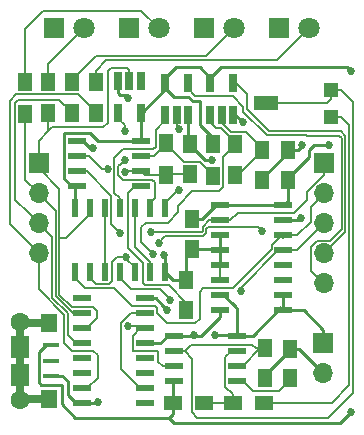
<source format=gtl>
%TF.GenerationSoftware,KiCad,Pcbnew,4.0.7*%
%TF.CreationDate,2018-02-09T12:23:56+01:00*%
%TF.ProjectId,Metronome,4D6574726F6E6F6D652E6B696361645F,1.0*%
%TF.FileFunction,Copper,L1,Top,Signal*%
%FSLAX46Y46*%
G04 Gerber Fmt 4.6, Leading zero omitted, Abs format (unit mm)*
G04 Created by KiCad (PCBNEW 4.0.7) date 02/09/18 12:23:56*
%MOMM*%
%LPD*%
G01*
G04 APERTURE LIST*
%ADD10C,0.127000*%
%ADD11R,1.350000X0.400000*%
%ADD12R,1.400000X1.600000*%
%ADD13C,1.600000*%
%ADD14R,1.600000X1.900000*%
%ADD15R,1.700000X1.700000*%
%ADD16O,1.700000X1.700000*%
%ADD17R,1.550000X0.600000*%
%ADD18R,1.250000X1.500000*%
%ADD19R,1.800000X1.800000*%
%ADD20C,1.800000*%
%ADD21R,1.300000X1.500000*%
%ADD22R,1.500000X1.300000*%
%ADD23R,1.300000X1.300000*%
%ADD24R,2.000000X1.300000*%
%ADD25R,1.500000X0.600000*%
%ADD26R,0.600000X1.500000*%
%ADD27R,0.650000X1.560000*%
%ADD28C,0.685800*%
%ADD29C,0.152400*%
%ADD30C,0.254000*%
%ADD31C,0.700000*%
G04 APERTURE END LIST*
D10*
D11*
X134526400Y-105837200D03*
X134526400Y-107137200D03*
X134526400Y-108437200D03*
D12*
X134301400Y-110337200D03*
D13*
X131851400Y-103837200D03*
D12*
X134301400Y-103937200D03*
D13*
X131851400Y-110437200D03*
D14*
X131851400Y-105937200D03*
X131851400Y-108337200D03*
D15*
X157568900Y-90436700D03*
D16*
X157568900Y-92976700D03*
X157568900Y-95516700D03*
X157568900Y-98056700D03*
X157568900Y-100596700D03*
D17*
X136707900Y-88531700D03*
X136707900Y-89801700D03*
X136707900Y-91071700D03*
X136707900Y-92341700D03*
X142107900Y-92341700D03*
X142107900Y-91071700D03*
X142107900Y-89801700D03*
X142107900Y-88531700D03*
D18*
X146265900Y-91305700D03*
X146265900Y-88805700D03*
X152615900Y-106097700D03*
X152615900Y-108597700D03*
X145948400Y-102842700D03*
X145948400Y-100342700D03*
X154711400Y-108641200D03*
X154711400Y-106141200D03*
X146392900Y-95155700D03*
X146392900Y-97655700D03*
X152361900Y-89293700D03*
X152361900Y-91793700D03*
X154520900Y-91813700D03*
X154520900Y-89313700D03*
D19*
X134708900Y-79006700D03*
D20*
X137248900Y-79006700D03*
D19*
X141058900Y-79006700D03*
D20*
X143598900Y-79006700D03*
D19*
X147408900Y-79006700D03*
D20*
X149948900Y-79006700D03*
D19*
X153758900Y-79006700D03*
D20*
X156298900Y-79006700D03*
D15*
X157505400Y-105613200D03*
D16*
X157505400Y-108153200D03*
D15*
X133438900Y-90436700D03*
D16*
X133438900Y-92976700D03*
X133438900Y-95516700D03*
X133438900Y-98056700D03*
D21*
X134264400Y-86198700D03*
X134264400Y-83498700D03*
X132295900Y-86215200D03*
X132295900Y-83515200D03*
X136232900Y-86198700D03*
X136232900Y-83498700D03*
X138264900Y-86198700D03*
X138264900Y-83498700D03*
X148170900Y-88785700D03*
X148170900Y-91485700D03*
X144233900Y-88705700D03*
X144233900Y-91405700D03*
D22*
X144788900Y-110756700D03*
X147488900Y-110756700D03*
X149868900Y-110756700D03*
X152568900Y-110756700D03*
D21*
X150075900Y-91452700D03*
X150075900Y-88752700D03*
D23*
X158203900Y-84206700D03*
D24*
X152703900Y-85356700D03*
D23*
X158203900Y-86506700D03*
D17*
X144868900Y-105041700D03*
X144868900Y-106311700D03*
X144868900Y-107581700D03*
X144868900Y-108851700D03*
X150268900Y-108851700D03*
X150268900Y-107581700D03*
X150268900Y-106311700D03*
X150268900Y-105041700D03*
D25*
X148772900Y-93992700D03*
X148772900Y-95262700D03*
X148772900Y-96532700D03*
X148772900Y-97802700D03*
X148772900Y-99072700D03*
X148772900Y-100342700D03*
X148772900Y-101612700D03*
X148772900Y-102882700D03*
X154172900Y-102882700D03*
X154172900Y-101612700D03*
X154172900Y-100342700D03*
X154172900Y-99072700D03*
X154172900Y-97802700D03*
X154172900Y-96532700D03*
X154172900Y-95262700D03*
X154172900Y-93992700D03*
X137088900Y-101866700D03*
X137088900Y-103136700D03*
X137088900Y-104406700D03*
X137088900Y-105676700D03*
X137088900Y-106946700D03*
X137088900Y-108216700D03*
X137088900Y-109486700D03*
X137088900Y-110756700D03*
X142488900Y-110756700D03*
X142488900Y-109486700D03*
X142488900Y-108216700D03*
X142488900Y-106946700D03*
X142488900Y-105676700D03*
X142488900Y-104406700D03*
X142488900Y-103136700D03*
X142488900Y-101866700D03*
D26*
X136486900Y-99646700D03*
X137756900Y-99646700D03*
X139026900Y-99646700D03*
X140296900Y-99646700D03*
X141566900Y-99646700D03*
X142836900Y-99646700D03*
X144106900Y-99646700D03*
X144106900Y-94246700D03*
X142836900Y-94246700D03*
X141566900Y-94246700D03*
X140296900Y-94246700D03*
X139026900Y-94246700D03*
X137756900Y-94246700D03*
X136486900Y-94246700D03*
D27*
X147982900Y-86325700D03*
X148932900Y-86325700D03*
X149882900Y-86325700D03*
X149882900Y-83625700D03*
X147982900Y-83625700D03*
X142074900Y-83451700D03*
X141124900Y-83451700D03*
X140174900Y-83451700D03*
X140174900Y-86151700D03*
X142074900Y-86151700D03*
X144172900Y-86325700D03*
X145122900Y-86325700D03*
X146072900Y-86325700D03*
X146072900Y-83625700D03*
X144172900Y-83625700D03*
D28*
X139280890Y-90881200D03*
X140741400Y-91135200D03*
X144078978Y-98210988D03*
X146608800Y-104998801D03*
X155727400Y-88849200D03*
X140995400Y-84912200D03*
X148107400Y-90138798D03*
X155663900Y-95072200D03*
X138074400Y-89166704D03*
X150710900Y-86944200D03*
X138455400Y-110629700D03*
X148336000Y-104998801D03*
X144353501Y-102879445D03*
X159918400Y-82626204D03*
X158013400Y-88849200D03*
X159918402Y-111455200D03*
X142951200Y-96266000D03*
X140360400Y-96342200D03*
X150571192Y-101244400D03*
X144576800Y-101955600D03*
X143611600Y-97129600D03*
X152397718Y-96187525D03*
X140868406Y-98374200D03*
X143143631Y-98119481D03*
X140995400Y-104216208D03*
X140741400Y-87706200D03*
X140741400Y-90119200D03*
X145313400Y-92659200D03*
X145339149Y-87540688D03*
D29*
X138795957Y-90881200D02*
X139280890Y-90881200D01*
X138792706Y-90881200D02*
X138795957Y-90881200D01*
X137713206Y-89801700D02*
X138792706Y-90881200D01*
X136707900Y-89801700D02*
X137713206Y-89801700D01*
X140804900Y-91071700D02*
X140741400Y-91135200D01*
X142107900Y-91071700D02*
X140804900Y-91071700D01*
X144233900Y-91405700D02*
X142441900Y-91405700D01*
X142441900Y-91405700D02*
X142107900Y-91071700D01*
X146265900Y-91305700D02*
X144333900Y-91305700D01*
X144333900Y-91305700D02*
X144233900Y-91405700D01*
D30*
X144106900Y-98238910D02*
X144078978Y-98210988D01*
X144106900Y-99646700D02*
X144106900Y-98238910D01*
X146608800Y-105041700D02*
X147167900Y-105041700D01*
X144868900Y-105041700D02*
X146608800Y-105041700D01*
X146608800Y-105041700D02*
X146608800Y-104998801D01*
D29*
X148772900Y-100342700D02*
X148772900Y-99072700D01*
D30*
X155727400Y-88986200D02*
X155727400Y-88849200D01*
X154520900Y-89313700D02*
X155399900Y-89313700D01*
X155399900Y-89313700D02*
X155727400Y-88986200D01*
X140301901Y-84612701D02*
X140695901Y-84612701D01*
X140695901Y-84612701D02*
X140995400Y-84912200D01*
X146265900Y-88805700D02*
X146265900Y-88834108D01*
X146265900Y-88834108D02*
X147570590Y-90138798D01*
X147570590Y-90138798D02*
X148107400Y-90138798D01*
X146072900Y-86325700D02*
X146072900Y-88612700D01*
X146072900Y-88612700D02*
X146265900Y-88805700D01*
X157505400Y-108153200D02*
X155493400Y-106141200D01*
X152615900Y-108597700D02*
X152615900Y-108361700D01*
X152615900Y-108361700D02*
X154711400Y-106266200D01*
X154711400Y-106266200D02*
X154711400Y-106141200D01*
X155493400Y-106141200D02*
X154711400Y-106141200D01*
X154520900Y-89313700D02*
X154520900Y-89509700D01*
X154520900Y-89509700D02*
X152361900Y-91668700D01*
X152361900Y-91668700D02*
X152361900Y-91793700D01*
X155473400Y-95262700D02*
X155663900Y-95072200D01*
X154172900Y-95262700D02*
X155473400Y-95262700D01*
X137817904Y-89166704D02*
X138074400Y-89166704D01*
X136707900Y-88531700D02*
X137182900Y-88531700D01*
X137182900Y-88531700D02*
X137817904Y-89166704D01*
X137088900Y-110756700D02*
X136623098Y-110756700D01*
X136623098Y-110756700D02*
X135890410Y-110024012D01*
X135890410Y-110024012D02*
X135890410Y-108872210D01*
X135890410Y-108872210D02*
X135455400Y-108437200D01*
X135455400Y-108437200D02*
X134526400Y-108437200D01*
X149882900Y-86325700D02*
X150092400Y-86325700D01*
X150092400Y-86325700D02*
X150710900Y-86944200D01*
X148772900Y-102882700D02*
X148772900Y-103357700D01*
X137088900Y-110756700D02*
X138328400Y-110756700D01*
X138328400Y-110756700D02*
X138455400Y-110629700D01*
X140174900Y-83451700D02*
X140174900Y-84485700D01*
X140174900Y-84485700D02*
X140301901Y-84612701D01*
X136638900Y-110756700D02*
X137088900Y-110756700D01*
X148772900Y-97802700D02*
X148772900Y-96532700D01*
X148772900Y-97802700D02*
X148772900Y-99072700D01*
X146392900Y-97655700D02*
X148625900Y-97655700D01*
X148625900Y-97655700D02*
X148772900Y-97802700D01*
X145948400Y-100342700D02*
X145948400Y-98100200D01*
X145948400Y-98100200D02*
X146392900Y-97655700D01*
X145948400Y-100342700D02*
X144802900Y-100342700D01*
X144802900Y-100342700D02*
X144106900Y-99646700D01*
X142488900Y-105676700D02*
X143758900Y-105676700D01*
X143758900Y-105676700D02*
X144393900Y-105041700D01*
X144393900Y-105041700D02*
X144868900Y-105041700D01*
X147167900Y-105041700D02*
X148772900Y-103436700D01*
X148772900Y-103436700D02*
X148772900Y-102882700D01*
D29*
X145796300Y-106311700D02*
X146342400Y-105765600D01*
X146342400Y-105765600D02*
X151506400Y-105765600D01*
X151506400Y-105765600D02*
X151838500Y-106097700D01*
X151838500Y-106097700D02*
X152615900Y-106097700D01*
X152703900Y-85356700D02*
X157856300Y-85356700D01*
X157856300Y-85356700D02*
X158203900Y-85009100D01*
X158203900Y-85009100D02*
X158203900Y-84206700D01*
X158203900Y-84206700D02*
X159006300Y-84206700D01*
X159006300Y-84206700D02*
X160032709Y-85233109D01*
X160032709Y-85233109D02*
X160032709Y-109835655D01*
X160032709Y-109835655D02*
X157904454Y-111963910D01*
X157904454Y-111963910D02*
X146884628Y-111963910D01*
X146884628Y-111963910D02*
X146436099Y-111515381D01*
X146436099Y-111515381D02*
X146436099Y-106951499D01*
X146436099Y-106951499D02*
X145796300Y-106311700D01*
X144868900Y-106311700D02*
X145796300Y-106311700D01*
X150268900Y-107581700D02*
X150743900Y-107581700D01*
X150743900Y-107581700D02*
X152227900Y-106097700D01*
X152227900Y-106097700D02*
X152615900Y-106097700D01*
X142308299Y-98841275D02*
X142308299Y-100579581D01*
X141038299Y-97571275D02*
X142308299Y-98841275D01*
X144458544Y-100726901D02*
X145948400Y-102216757D01*
X141038299Y-92936301D02*
X141038299Y-97571275D01*
X142107900Y-92341700D02*
X141632900Y-92341700D01*
X145948400Y-102216757D02*
X145948400Y-102842700D01*
X142308299Y-100579581D02*
X142455619Y-100726901D01*
X142455619Y-100726901D02*
X144458544Y-100726901D01*
X141632900Y-92341700D02*
X141038299Y-92936301D01*
X150268900Y-108851700D02*
X150743900Y-108851700D01*
X150743900Y-108851700D02*
X151570101Y-109677901D01*
X151570101Y-109677901D02*
X153799699Y-109677901D01*
X153799699Y-109677901D02*
X154711400Y-108766200D01*
X154711400Y-108766200D02*
X154711400Y-108641200D01*
D30*
X148336000Y-104998801D02*
X150226001Y-104998801D01*
X150226001Y-104998801D02*
X150268900Y-105041700D01*
X150268900Y-105041700D02*
X150268900Y-102777798D01*
X150268900Y-102777798D02*
X150119812Y-102628710D01*
D29*
X153918910Y-102628710D02*
X154172900Y-102882700D01*
D30*
X149222900Y-101731798D02*
X149776913Y-102285811D01*
X149222900Y-101612700D02*
X149222900Y-101731798D01*
X149776913Y-102285811D02*
X150119812Y-102628710D01*
X148772900Y-101612700D02*
X149222900Y-101612700D01*
X143340756Y-101866700D02*
X144010602Y-102536546D01*
X142488900Y-101866700D02*
X143340756Y-101866700D01*
X144010602Y-102536546D02*
X144353501Y-102879445D01*
X159575501Y-82283305D02*
X159918400Y-82626204D01*
X148870295Y-82283305D02*
X159575501Y-82283305D01*
X147982900Y-83170700D02*
X148870295Y-82283305D01*
X154520900Y-91813700D02*
X154520900Y-91688700D01*
X154520900Y-91688700D02*
X156337899Y-89871701D01*
X156337899Y-89871701D02*
X156337899Y-89281899D01*
X156337899Y-89281899D02*
X156770598Y-88849200D01*
X156770598Y-88849200D02*
X158013400Y-88849200D01*
X148170900Y-88785700D02*
X148170900Y-88277700D01*
X148170900Y-88277700D02*
X147091400Y-87198200D01*
X147091400Y-87198200D02*
X147091400Y-85178910D01*
X147091400Y-85178910D02*
X146524517Y-85178909D01*
X144878901Y-84786701D02*
X144172900Y-84080700D01*
X146524517Y-85178909D02*
X146132309Y-84786701D01*
X146132309Y-84786701D02*
X144878901Y-84786701D01*
X144172900Y-84080700D02*
X144172900Y-83625700D01*
X137787701Y-87850699D02*
X137444189Y-87850699D01*
X137444189Y-87850699D02*
X137439400Y-87845910D01*
X142107900Y-88531700D02*
X138468702Y-88531700D01*
X138468702Y-88531700D02*
X137787701Y-87850699D01*
X157505400Y-105613200D02*
X157505400Y-104509200D01*
X157505400Y-104509200D02*
X155878900Y-102882700D01*
X155878900Y-102882700D02*
X155176900Y-102882700D01*
X155176900Y-102882700D02*
X154172900Y-102882700D01*
X159575503Y-111798099D02*
X159918402Y-111455200D01*
X158952482Y-112421120D02*
X159575503Y-111798099D01*
X144486400Y-111963200D02*
X144944320Y-112421120D01*
X144944320Y-112421120D02*
X158952482Y-112421120D01*
X154520900Y-91813700D02*
X154520900Y-93644700D01*
X154520900Y-93644700D02*
X154172900Y-93992700D01*
X146392900Y-95155700D02*
X147271900Y-95155700D01*
X148434900Y-93992700D02*
X148772900Y-93992700D01*
X147271900Y-95155700D02*
X148434900Y-93992700D01*
X154172900Y-93992700D02*
X148772900Y-93992700D01*
X135632888Y-87845910D02*
X137439400Y-87845910D01*
X136707900Y-92341700D02*
X136217098Y-92341700D01*
X136217098Y-92341700D02*
X135551899Y-91676501D01*
X135551899Y-91676501D02*
X135551899Y-87926899D01*
X135551899Y-87926899D02*
X135632888Y-87845910D01*
X136486900Y-94246700D02*
X136486900Y-92562700D01*
X136486900Y-92562700D02*
X136707900Y-92341700D01*
X135382401Y-109232399D02*
X135382401Y-110786003D01*
X135382401Y-110786003D02*
X136559598Y-111963200D01*
X134526400Y-105837200D02*
X134051400Y-105837200D01*
X134051400Y-105837200D02*
X133470399Y-106418201D01*
X133470399Y-106418201D02*
X133470399Y-108942001D01*
X133470399Y-108942001D02*
X133684597Y-109156199D01*
X133684597Y-109156199D02*
X135306201Y-109156199D01*
X135306201Y-109156199D02*
X135382401Y-109232399D01*
X144788900Y-110756700D02*
X144788900Y-111660700D01*
X144486400Y-111963200D02*
X136559598Y-111963200D01*
X144788900Y-111660700D02*
X144486400Y-111963200D01*
X148029900Y-83578700D02*
X147982900Y-83625700D01*
X142074900Y-86151700D02*
X142168900Y-86151700D01*
X142168900Y-86151700D02*
X144172900Y-84147700D01*
X144172900Y-84147700D02*
X144172900Y-83625700D01*
X142107900Y-88531700D02*
X142107900Y-86184700D01*
X142107900Y-86184700D02*
X142074900Y-86151700D01*
X145034900Y-82308700D02*
X147120900Y-82308700D01*
X147120900Y-82308700D02*
X147982900Y-83170700D01*
X147982900Y-83170700D02*
X147982900Y-83625700D01*
X144172900Y-83625700D02*
X144172900Y-83170700D01*
X144172900Y-83170700D02*
X145034900Y-82308700D01*
X150268900Y-105041700D02*
X151563900Y-105041700D01*
X151563900Y-105041700D02*
X153722900Y-102882700D01*
X153722900Y-102882700D02*
X154172900Y-102882700D01*
X144788900Y-110756700D02*
X144788900Y-108931700D01*
X144788900Y-108931700D02*
X144868900Y-108851700D01*
X154172900Y-102882700D02*
X154172900Y-101455200D01*
D29*
X148932900Y-86325700D02*
X148932900Y-87007700D01*
X148932900Y-87007700D02*
X149699299Y-87774099D01*
X149699299Y-87774099D02*
X150967299Y-87774099D01*
X150967299Y-87774099D02*
X152361900Y-89168700D01*
X152361900Y-89168700D02*
X152361900Y-89293700D01*
X152361900Y-89293700D02*
X152361900Y-89418700D01*
X152361900Y-89418700D02*
X150327900Y-91452700D01*
X150327900Y-91452700D02*
X150075900Y-91452700D01*
X134264400Y-81991200D02*
X134264400Y-83498700D01*
X134264400Y-81991200D02*
X137248900Y-79006700D01*
X137068900Y-79006700D02*
X137248900Y-79006700D01*
X132295900Y-83515200D02*
X132295900Y-79025338D01*
X132295900Y-79025338D02*
X133775038Y-77546200D01*
X133775038Y-77546200D02*
X142138400Y-77546200D01*
X142138400Y-77546200D02*
X143598900Y-79006700D01*
X149948900Y-79006700D02*
X147586709Y-81368891D01*
X147586709Y-81368891D02*
X138262709Y-81368891D01*
X138262709Y-81368891D02*
X136232900Y-83398700D01*
X136232900Y-83398700D02*
X136232900Y-83498700D01*
X138264900Y-83498700D02*
X138264900Y-82596300D01*
X138264900Y-82596300D02*
X139187500Y-81673700D01*
X139187500Y-81673700D02*
X153631900Y-81673700D01*
X153631900Y-81673700D02*
X156298900Y-79006700D01*
D31*
X134301400Y-103937200D02*
X131951400Y-103937200D01*
X131951400Y-103937200D02*
X131851400Y-103837200D01*
X131851400Y-105937200D02*
X131851400Y-104834800D01*
X131851400Y-104834800D02*
X131851400Y-103837200D01*
X131851400Y-108337200D02*
X131851400Y-107234800D01*
X131851400Y-107234800D02*
X131851400Y-105937200D01*
X131851400Y-110437200D02*
X131851400Y-108337200D01*
X134301400Y-110337200D02*
X131951400Y-110337200D01*
X131951400Y-110337200D02*
X131851400Y-110437200D01*
D29*
X143436133Y-96266000D02*
X142951200Y-96266000D01*
X147251962Y-96266000D02*
X143436133Y-96266000D01*
X147348101Y-95785099D02*
X147348101Y-96169861D01*
X147870500Y-95262700D02*
X147348101Y-95785099D01*
X147348101Y-96169861D02*
X147251962Y-96266000D01*
X148772900Y-95262700D02*
X147870500Y-95262700D01*
X140360400Y-96342200D02*
X139598400Y-95580200D01*
X139598400Y-93167200D02*
X137502900Y-91071700D01*
X139598400Y-95580200D02*
X139598400Y-93167200D01*
X137502900Y-91071700D02*
X136707900Y-91071700D01*
X148772900Y-95262700D02*
X149675300Y-95262700D01*
X149675300Y-95262700D02*
X150305501Y-94632499D01*
X150305501Y-94632499D02*
X155107411Y-94632499D01*
X156171900Y-93568010D02*
X156171900Y-92836100D01*
X155107411Y-94632499D02*
X156171900Y-93568010D01*
X156171900Y-92836100D02*
X157568900Y-91439100D01*
X157568900Y-91439100D02*
X157568900Y-90436700D01*
X136486900Y-99646700D02*
X136486900Y-100096700D01*
X136486900Y-100096700D02*
X137367900Y-100977700D01*
X139834180Y-100977700D02*
X141370880Y-102514400D01*
X137367900Y-100977700D02*
X139834180Y-100977700D01*
X141370880Y-102514400D02*
X143306800Y-102514400D01*
X147378701Y-100982499D02*
X149918701Y-100982499D01*
X147066000Y-103581200D02*
X147066000Y-101295200D01*
X143306800Y-102514400D02*
X143467501Y-102675101D01*
X147066000Y-101295200D02*
X147378701Y-100982499D01*
X143467501Y-102675101D02*
X143467501Y-103132301D01*
X143467501Y-103132301D02*
X144272000Y-103936800D01*
X154172900Y-96728300D02*
X154172900Y-96532700D01*
X144272000Y-103936800D02*
X146710400Y-103936800D01*
X146710400Y-103936800D02*
X147066000Y-103581200D01*
X149918701Y-100982499D02*
X153194299Y-97706901D01*
X153194299Y-97706901D02*
X153194299Y-97319819D01*
X153194299Y-97319819D02*
X153979359Y-96534759D01*
X153979359Y-96534759D02*
X154172900Y-96728300D01*
X156718901Y-93826699D02*
X157568900Y-92976700D01*
X154172900Y-96532700D02*
X155326592Y-96532700D01*
X155326592Y-96532700D02*
X156464002Y-95395290D01*
X156464002Y-95395290D02*
X156464002Y-94081598D01*
X156464002Y-94081598D02*
X156718901Y-93826699D01*
X150571192Y-100954408D02*
X150571192Y-101244400D01*
X153722900Y-97802700D02*
X150571192Y-100954408D01*
X154172900Y-97802700D02*
X153722900Y-97802700D01*
X144233901Y-101612701D02*
X144576800Y-101955600D01*
X143725900Y-101104700D02*
X144233901Y-101612701D01*
X140296900Y-99646700D02*
X140296900Y-100096700D01*
X140296900Y-100096700D02*
X141304900Y-101104700D01*
X141304900Y-101104700D02*
X143725900Y-101104700D01*
X154172900Y-97802700D02*
X155282900Y-97802700D01*
X155282900Y-97802700D02*
X157568900Y-95516700D01*
X143954499Y-96786701D02*
X143611600Y-97129600D01*
X147373529Y-96575499D02*
X144165701Y-96575499D01*
X147652910Y-96296118D02*
X147373529Y-96575499D01*
X144165701Y-96575499D02*
X143954499Y-96786701D01*
X147652911Y-96008327D02*
X147652910Y-96296118D01*
X152054819Y-95844626D02*
X147816612Y-95844626D01*
X147816612Y-95844626D02*
X147652911Y-96008327D01*
X152397718Y-96187525D02*
X152054819Y-95844626D01*
X137756900Y-99646700D02*
X137756900Y-100096700D01*
X137756900Y-100096700D02*
X138285501Y-100625301D01*
X138285501Y-100625301D02*
X139442799Y-100625301D01*
X139442799Y-100625301D02*
X139661900Y-100406200D01*
X139661900Y-100406200D02*
X139661900Y-98820218D01*
X139661900Y-98820218D02*
X140107918Y-98374200D01*
X140107918Y-98374200D02*
X140868406Y-98374200D01*
X141566900Y-99196700D02*
X140868406Y-98498206D01*
X141566900Y-99646700D02*
X141566900Y-99196700D01*
X140868406Y-98498206D02*
X140868406Y-98374200D01*
X150136900Y-83625700D02*
X151091901Y-84580701D01*
X151091901Y-84580701D02*
X151091901Y-85806183D01*
X151091901Y-85806183D02*
X152991918Y-87706200D01*
X159029400Y-87706200D02*
X159423090Y-88099890D01*
X159423090Y-96202510D02*
X158418899Y-97206701D01*
X152991918Y-87706200D02*
X159029400Y-87706200D01*
X159423090Y-88099890D02*
X159423090Y-96202510D01*
X158418899Y-97206701D02*
X157568900Y-98056700D01*
X149883635Y-84735901D02*
X147393739Y-84735901D01*
X150787090Y-85639356D02*
X149883635Y-84735901D01*
X147379538Y-84721700D02*
X146713900Y-84721700D01*
X156490299Y-99518099D02*
X156490299Y-97538971D01*
X146713900Y-84721700D02*
X146072900Y-84080700D01*
X150787090Y-86067890D02*
X150787090Y-85639356D01*
X146072900Y-84080700D02*
X146072900Y-83625700D01*
X152768298Y-88049098D02*
X150787090Y-86067890D01*
X159118280Y-88303080D02*
X158889710Y-88074510D01*
X156490299Y-97538971D02*
X157051171Y-96978099D01*
X159118280Y-95999320D02*
X159118280Y-88303080D01*
X158139501Y-96978099D02*
X159118280Y-95999320D01*
X157051171Y-96978099D02*
X158139501Y-96978099D01*
X158889710Y-88074510D02*
X156202902Y-88074510D01*
X157568900Y-100596700D02*
X156490299Y-99518099D01*
X147393739Y-84735901D02*
X147379538Y-84721700D01*
X156177490Y-88049098D02*
X152768298Y-88049098D01*
X156202902Y-88074510D02*
X156177490Y-88049098D01*
X134264400Y-87706200D02*
X134581900Y-87388700D01*
X138886382Y-87388700D02*
X139280900Y-86994182D01*
X134581900Y-87388700D02*
X138886382Y-87388700D01*
X140947099Y-82341499D02*
X141124900Y-82519300D01*
X139280900Y-86994182D02*
X139280900Y-82646338D01*
X139280900Y-82646338D02*
X139585739Y-82341499D01*
X139585739Y-82341499D02*
X140947099Y-82341499D01*
X141124900Y-82519300D02*
X141124900Y-83451700D01*
X135191520Y-101537254D02*
X135191520Y-96723200D01*
X135191520Y-96723200D02*
X135191520Y-92570320D01*
X137756900Y-94246700D02*
X137756900Y-94696700D01*
X135730400Y-96723200D02*
X135191520Y-96723200D01*
X137756900Y-94696700D02*
X135730400Y-96723200D01*
X137088900Y-104406700D02*
X137538900Y-104406700D01*
X137538900Y-104406700D02*
X138391900Y-103553700D01*
X138391900Y-103553700D02*
X138391900Y-102946200D01*
X138391900Y-102946200D02*
X138053799Y-102608099D01*
X138053799Y-102608099D02*
X136262365Y-102608099D01*
X133438900Y-90817700D02*
X133438900Y-90436700D01*
X136262365Y-102608099D02*
X135191520Y-101537254D01*
X135191520Y-92570320D02*
X133438900Y-90817700D01*
X134264400Y-87706200D02*
X134264400Y-87198200D01*
X133438900Y-88531700D02*
X134264400Y-87706200D01*
X134264400Y-87198200D02*
X134264400Y-86198700D01*
X133438900Y-90436700D02*
X133438900Y-88531700D01*
X134886710Y-94424510D02*
X134288899Y-93826699D01*
X136359900Y-103136700D02*
X134886710Y-101663510D01*
X137088900Y-103136700D02*
X136359900Y-103136700D01*
X134886710Y-101663510D02*
X134886710Y-94424510D01*
X134288899Y-93826699D02*
X133438900Y-92976700D01*
X132295900Y-86723200D02*
X132295900Y-91833700D01*
X132295900Y-91833700D02*
X133438900Y-92976700D01*
X135899912Y-104937712D02*
X135899912Y-103107778D01*
X134581899Y-101789766D02*
X134581899Y-96659699D01*
X135899912Y-103107778D02*
X134581899Y-101789766D01*
X136638900Y-105676700D02*
X135899912Y-104937712D01*
X137088900Y-105676700D02*
X136638900Y-105676700D01*
X134288899Y-96366699D02*
X133438900Y-95516700D01*
X134581899Y-96659699D02*
X134288899Y-96366699D01*
X136232900Y-86198700D02*
X136232900Y-86098700D01*
X136232900Y-86098700D02*
X135173400Y-85039200D01*
X135173400Y-85039200D02*
X131660418Y-85039200D01*
X131660418Y-85039200D02*
X131417299Y-85282319D01*
X131417299Y-85282319D02*
X131417299Y-93495099D01*
X131417299Y-93495099D02*
X132588901Y-94666701D01*
X132588901Y-94666701D02*
X133438900Y-95516700D01*
X133438900Y-99258781D02*
X133438900Y-98056700D01*
X135595101Y-105610401D02*
X135595101Y-103234035D01*
X137538900Y-109486700D02*
X138455400Y-108570200D01*
X136296400Y-106311700D02*
X135595101Y-105610401D01*
X138074400Y-106311700D02*
X136296400Y-106311700D01*
X138455400Y-108570200D02*
X138455400Y-106692700D01*
X138455400Y-106692700D02*
X138074400Y-106311700D01*
X133438900Y-101077834D02*
X133438900Y-99258781D01*
X137088900Y-109486700D02*
X137538900Y-109486700D01*
X135595101Y-103234035D02*
X133438900Y-101077834D01*
X138264900Y-86198700D02*
X138264900Y-86098700D01*
X138264900Y-86098700D02*
X136760900Y-84594700D01*
X136760900Y-84594700D02*
X131530352Y-84594700D01*
X132588901Y-97206701D02*
X133438900Y-98056700D01*
X131530352Y-84594700D02*
X130985489Y-85139563D01*
X130985489Y-85139563D02*
X130985489Y-95603289D01*
X130985489Y-95603289D02*
X132588901Y-97206701D01*
X144233900Y-88705700D02*
X144233900Y-88805700D01*
X144233900Y-88805700D02*
X145755299Y-90327099D01*
X145755299Y-90327099D02*
X147112299Y-90327099D01*
X147112299Y-90327099D02*
X148170900Y-91385700D01*
X148170900Y-91385700D02*
X148170900Y-91485700D01*
X142107900Y-89801700D02*
X143237900Y-89801700D01*
X143237900Y-89801700D02*
X144233900Y-88805700D01*
X149868900Y-110756700D02*
X149868900Y-109954300D01*
X149265299Y-106840301D02*
X149793900Y-106311700D01*
X149868900Y-109954300D02*
X149265299Y-109350699D01*
X149265299Y-109350699D02*
X149265299Y-106840301D01*
X149793900Y-106311700D02*
X150268900Y-106311700D01*
X149868900Y-110756700D02*
X148966500Y-110756700D01*
X148966500Y-110756700D02*
X147488900Y-110756700D01*
X152568900Y-110756700D02*
X152668900Y-110756700D01*
X152668900Y-110756700D02*
X152732400Y-110693200D01*
X152732400Y-110693200D02*
X158267400Y-110693200D01*
X159036400Y-86506700D02*
X158203900Y-86506700D01*
X158267400Y-110693200D02*
X159727900Y-109232700D01*
X159727900Y-109232700D02*
X159727900Y-87198200D01*
X159727900Y-87198200D02*
X159036400Y-86506700D01*
X149049501Y-89879099D02*
X149049501Y-92418581D01*
X142494000Y-95453200D02*
X142138400Y-95808800D01*
X144361882Y-95453200D02*
X142494000Y-95453200D01*
X145237200Y-94005400D02*
X145237200Y-94577882D01*
X150075900Y-88752700D02*
X150075900Y-88852700D01*
X142138400Y-97114250D02*
X142800732Y-97776582D01*
X149049501Y-92418581D02*
X148681882Y-92786200D01*
X148681882Y-92786200D02*
X146456400Y-92786200D01*
X142800732Y-97776582D02*
X143143631Y-98119481D01*
X150075900Y-88852700D02*
X149049501Y-89879099D01*
X145237200Y-94577882D02*
X144361882Y-95453200D01*
X142138400Y-95808800D02*
X142138400Y-97114250D01*
X146456400Y-92786200D02*
X145237200Y-94005400D01*
X150075900Y-88752700D02*
X150075900Y-88652700D01*
X148488400Y-87452200D02*
X147982900Y-86946700D01*
X150075900Y-88652700D02*
X148875400Y-87452200D01*
X148875400Y-87452200D02*
X148488400Y-87452200D01*
X147982900Y-86946700D02*
X147982900Y-86325700D01*
X140995400Y-104216208D02*
X142298408Y-104216208D01*
X142298408Y-104216208D02*
X142488900Y-104406700D01*
X144868900Y-107581700D02*
X143941500Y-107581700D01*
X143569101Y-107209301D02*
X143569101Y-106372941D01*
X141408699Y-105036901D02*
X142038900Y-104406700D01*
X143941500Y-107581700D02*
X143569101Y-107209301D01*
X142038900Y-104406700D02*
X142488900Y-104406700D01*
X143569101Y-106372941D02*
X143503061Y-106306901D01*
X143503061Y-106306901D02*
X141474739Y-106306901D01*
X141474739Y-106306901D02*
X141408699Y-106240861D01*
X141408699Y-106240861D02*
X141408699Y-105036901D01*
X144868900Y-107581700D02*
X144393900Y-107581700D01*
X142938900Y-104406700D02*
X142488900Y-104406700D01*
X142488900Y-103136700D02*
X141229086Y-103136700D01*
X141229086Y-103136700D02*
X140423899Y-103941887D01*
X140423899Y-103941887D02*
X140423899Y-107871699D01*
X140423899Y-107871699D02*
X142038900Y-109486700D01*
X142038900Y-109486700D02*
X142488900Y-109486700D01*
X140174900Y-86151700D02*
X140174900Y-86631700D01*
X140174900Y-86631700D02*
X140735966Y-87192766D01*
X140735966Y-87192766D02*
X140735966Y-87711634D01*
X140735966Y-87711634D02*
X140741400Y-87706200D01*
X140169899Y-90690701D02*
X140398501Y-90462099D01*
X143065781Y-91813099D02*
X140573477Y-91813099D01*
X143289300Y-93344300D02*
X143289300Y-92036618D01*
X140169899Y-91409521D02*
X140169899Y-90690701D01*
X142836900Y-93796700D02*
X143289300Y-93344300D01*
X142836900Y-94246700D02*
X142836900Y-93796700D01*
X140398501Y-90462099D02*
X140741400Y-90119200D01*
X143289300Y-92036618D02*
X143065781Y-91813099D01*
X140573477Y-91813099D02*
X140169899Y-91409521D01*
X139026900Y-99646700D02*
X139026900Y-98744300D01*
X139026900Y-98744300D02*
X139026900Y-94246700D01*
X141566900Y-97474300D02*
X141566900Y-95149100D01*
X142836900Y-98744300D02*
X141566900Y-97474300D01*
X142836900Y-99646700D02*
X142836900Y-98744300D01*
X141566900Y-95149100D02*
X141566900Y-94246700D01*
X144106900Y-94246700D02*
X144106900Y-93796700D01*
X144106900Y-93796700D02*
X145244400Y-92659200D01*
X145244400Y-92659200D02*
X145313400Y-92659200D01*
X145122900Y-86325700D02*
X145122900Y-87324439D01*
X145122900Y-87324439D02*
X145339149Y-87540688D01*
X140296900Y-94246700D02*
X140296900Y-93344300D01*
X140296900Y-93344300D02*
X139852400Y-92899800D01*
X139852400Y-92899800D02*
X139852400Y-89992200D01*
X139852400Y-89992200D02*
X140614400Y-89230200D01*
X140614400Y-89230200D02*
X143154400Y-89230200D01*
X143154400Y-89230200D02*
X143147061Y-89222861D01*
X143147061Y-89222861D02*
X143161739Y-89222861D01*
X143161739Y-89222861D02*
X143355299Y-89029301D01*
X143355299Y-89029301D02*
X143355299Y-87598301D01*
X143355299Y-87598301D02*
X144172900Y-86780700D01*
X144172900Y-86780700D02*
X144172900Y-86325700D01*
M02*

</source>
